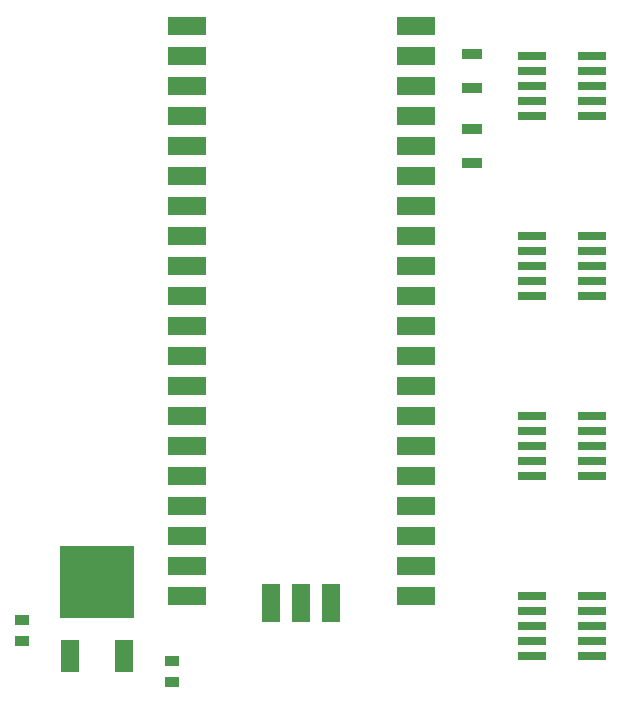
<source format=gbr>
G04 EAGLE Gerber RS-274X export*
G75*
%MOMM*%
%FSLAX34Y34*%
%LPD*%
%INSolderpaste Top*%
%IPPOS*%
%AMOC8*
5,1,8,0,0,1.08239X$1,22.5*%
G01*
%ADD10R,1.200000X0.900000*%
%ADD11R,2.400000X0.760000*%
%ADD12R,1.700000X0.900000*%
%ADD13R,3.200000X1.600000*%
%ADD14R,1.600000X3.200000*%
%ADD15R,6.300000X6.100000*%
%ADD16R,1.500000X2.800000*%


D10*
X50800Y81390D03*
X50800Y63390D03*
X177800Y47100D03*
X177800Y29100D03*
D11*
X482600Y558800D03*
X533400Y558800D03*
X482600Y546100D03*
X533400Y546100D03*
X482600Y533400D03*
X533400Y533400D03*
X482600Y520700D03*
X533400Y520700D03*
X482600Y508000D03*
X533400Y508000D03*
X482600Y101600D03*
X533400Y101600D03*
X482600Y88900D03*
X533400Y88900D03*
X482600Y76200D03*
X533400Y76200D03*
X482600Y63500D03*
X533400Y63500D03*
X482600Y50800D03*
X533400Y50800D03*
X482600Y254000D03*
X533400Y254000D03*
X482600Y241300D03*
X533400Y241300D03*
X482600Y228600D03*
X533400Y228600D03*
X482600Y215900D03*
X533400Y215900D03*
X482600Y203200D03*
X533400Y203200D03*
X482600Y406400D03*
X533400Y406400D03*
X482600Y393700D03*
X533400Y393700D03*
X482600Y381000D03*
X533400Y381000D03*
X482600Y368300D03*
X533400Y368300D03*
X482600Y355600D03*
X533400Y355600D03*
D12*
X431800Y497100D03*
X431800Y468100D03*
X431800Y560600D03*
X431800Y531600D03*
D13*
X190500Y584200D03*
X190500Y558800D03*
X190500Y533400D03*
X190500Y508000D03*
X190500Y482600D03*
X190500Y457200D03*
X190500Y431800D03*
X190500Y406400D03*
X190500Y381000D03*
X190500Y355600D03*
X190500Y330200D03*
X190500Y304800D03*
X190500Y279400D03*
X190500Y254000D03*
X190500Y228600D03*
X190500Y203200D03*
X190500Y177800D03*
X190500Y152400D03*
X190500Y127000D03*
X190500Y101600D03*
X384300Y101600D03*
X384300Y127000D03*
X384300Y152400D03*
X384300Y177800D03*
X384300Y203200D03*
X384300Y228600D03*
X384300Y254000D03*
X384300Y279400D03*
X384300Y304800D03*
X384300Y330200D03*
X384300Y355600D03*
X384300Y381000D03*
X384300Y406400D03*
X384300Y431800D03*
X384300Y457200D03*
X384300Y482600D03*
X384300Y508000D03*
X384300Y533400D03*
X384300Y558800D03*
X384300Y584200D03*
D14*
X262000Y95900D03*
X287400Y95900D03*
X312800Y95900D03*
D15*
X114300Y113900D03*
D16*
X91500Y50900D03*
X137100Y50900D03*
M02*

</source>
